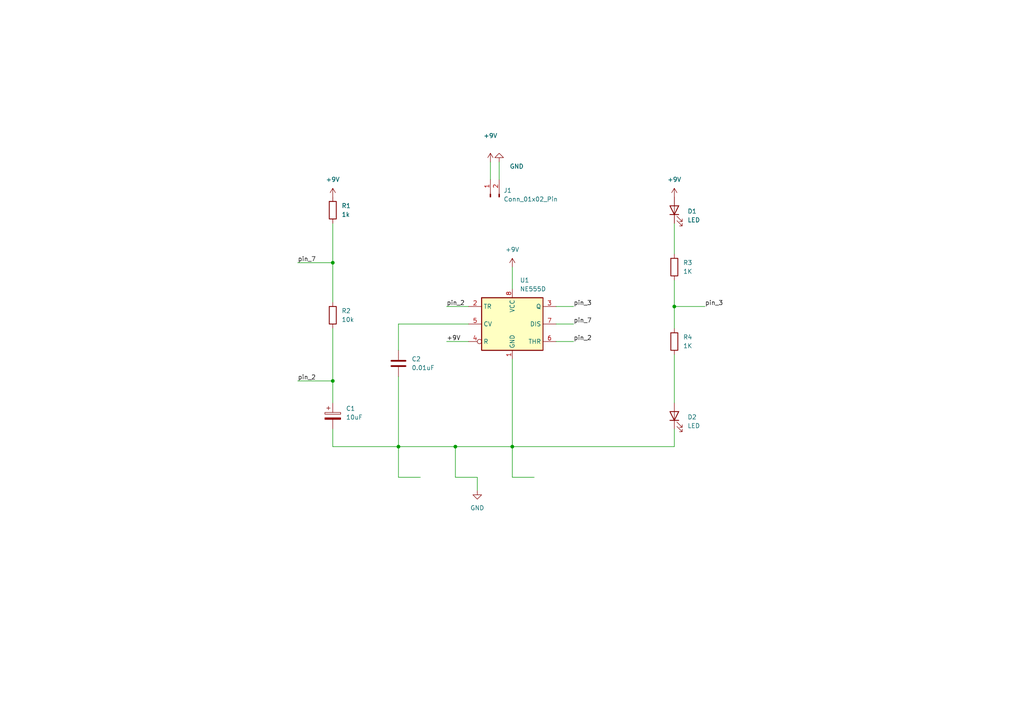
<source format=kicad_sch>
(kicad_sch (version 20230121) (generator eeschema)
  (paper "A4")
  (lib_symbols
    (symbol "Connector:Conn_01x02_Pin" (pin_names (offset 1.016) hide)
      (property "Reference" "J" (at 0 2.54 0))
      (property "Value" "Conn_01x02_Pin" (at 0 -5.08 0))
      (symbol "Conn_01x02_Pin_1_1"
        (polyline (pts (xy 1.27 -2.54) (xy 0.8636 -2.54)) (stroke (width 0.1524)))
        (polyline (pts (xy 1.27 0) (xy 0.8636 0)) (stroke (width 0.1524)))
        (rectangle (start 0.8636 -2.413) (end 0 -2.667) (stroke (width 0.1524)) (fill (type outline)))
        (rectangle (start 0.8636 0.127) (end 0 -0.127) (stroke (width 0.1524)) (fill (type outline)))
        (pin passive line (at 5.08 0 180) (length 3.81) (name "Pin_1") (number "1"))
        (pin passive line (at 5.08 -2.54 180) (length 3.81) (name "Pin_2") (number "2"))
      )
    )
    (symbol "Device:C" (pin_numbers hide) (pin_names (offset 0.254))
      (property "Reference" "C" (at 0.635 2.54 0))
      (property "Value" "C" (at 0.635 -2.54 0))
      (symbol "C_0_1"
        (polyline (pts (xy -2.032 -0.762) (xy 2.032 -0.762)) (stroke (width 0.508)))
        (polyline (pts (xy -2.032 0.762) (xy 2.032 0.762)) (stroke (width 0.508)))
      )
      (symbol "C_1_1"
        (pin passive line (at 0 3.81 270) (length 2.794) (name "~") (number "1"))
        (pin passive line (at 0 -3.81 90) (length 2.794) (name "~") (number "2"))
      )
    )
    (symbol "Device:C_Polarized" (pin_numbers hide) (pin_names (offset 0.254))
      (property "Reference" "C" (at 0.635 2.54 0))
      (property "Value" "C_Polarized" (at 0.635 -2.54 0))
      (symbol "C_Polarized_0_1"
        (rectangle (start -2.286 0.508) (end 2.286 1.016))
        (polyline (pts (xy -1.778 2.286) (xy -0.762 2.286)))
        (polyline (pts (xy -1.27 2.794) (xy -1.27 1.778)))
        (rectangle (start 2.286 -0.508) (end -2.286 -1.016) (fill (type outline)))
      )
      (symbol "C_Polarized_1_1"
        (pin passive line (at 0 3.81 270) (length 2.794) (name "~") (number "1"))
        (pin passive line (at 0 -3.81 90) (length 2.794) (name "~") (number "2"))
      )
    )
    (symbol "Device:LED" (pin_numbers hide) (pin_names (offset 1.016) hide)
      (property "Reference" "D" (at 0 2.54 0))
      (property "Value" "LED" (at 0 -2.54 0))
      (symbol "LED_0_1"
        (polyline (pts (xy -1.27 -1.27) (xy -1.27 1.27)) (stroke (width 0.254)))
        (polyline (pts (xy -1.27 0) (xy 1.27 0)))
        (polyline (pts (xy 1.27 -1.27) (xy 1.27 1.27) (xy -1.27 0) (xy 1.27 -1.27)) (stroke (width 0.254)))
        (polyline (pts (xy -3.048 -0.762) (xy -4.572 -2.286) (xy -3.81 -2.286) (xy -4.572 -2.286) (xy -4.572 -1.524)))
        (polyline (pts (xy -1.778 -0.762) (xy -3.302 -2.286) (xy -2.54 -2.286) (xy -3.302 -2.286) (xy -3.302 -1.524)))
      )
      (symbol "LED_1_1"
        (pin passive line (at -3.81 0 0) (length 2.54) (name "K") (number "1"))
        (pin passive line (at 3.81 0 180) (length 2.54) (name "A") (number "2"))
      )
    )
    (symbol "Device:R" (pin_numbers hide) (pin_names (offset 0))
      (property "Reference" "R" (at 2.032 0 90))
      (property "Value" "R" (at 0 0 90))
      (symbol "R_0_1"
        (rectangle (start -1.016 -2.54) (end 1.016 2.54) (stroke (width 0.254)))
      )
      (symbol "R_1_1"
        (pin passive line (at 0 3.81 270) (length 1.27) (name "~") (number "1"))
        (pin passive line (at 0 -3.81 90) (length 1.27) (name "~") (number "2"))
      )
    )
    (symbol "Timer:NE555D"
      (property "Reference" "U" (at -10.16 8.89 0))
      (property "Value" "NE555D" (at 2.54 8.89 0))
      (symbol "NE555D_0_0"
        (pin power_in line (at 0 -10.16 90) (length 2.54) (name "GND") (number "1"))
        (pin power_in line (at 0 10.16 270) (length 2.54) (name "VCC") (number "8"))
      )
      (symbol "NE555D_0_1"
        (rectangle (start -8.89 -7.62) (end 8.89 7.62) (stroke (width 0.254)) (fill (type background)))
        (rectangle (start -8.89 -7.62) (end 8.89 7.62) (stroke (width 0.254)) (fill (type background)))
      )
      (symbol "NE555D_1_1"
        (pin input line (at -12.7 5.08 0) (length 3.81) (name "TR") (number "2"))
        (pin output line (at 12.7 5.08 180) (length 3.81) (name "Q") (number "3"))
        (pin input inverted (at -12.7 -5.08 0) (length 3.81) (name "R") (number "4"))
        (pin input line (at -12.7 0 0) (length 3.81) (name "CV") (number "5"))
        (pin input line (at 12.7 -5.08 180) (length 3.81) (name "THR") (number "6"))
        (pin input line (at 12.7 0 180) (length 3.81) (name "DIS") (number "7"))
      )
    )
    (symbol "power:+9V" (power) (pin_names (offset 0))
      (property "Value" "+9V" (at 0 3.556 0))
      (symbol "+9V_0_1"
        (polyline (pts (xy -0.762 1.27) (xy 0 2.54)))
        (polyline (pts (xy 0 0) (xy 0 2.54)))
        (polyline (pts (xy 0 2.54) (xy 0.762 1.27)))
      )
      (symbol "+9V_1_1"
        (pin power_in line (at 0 0 90) (length 0) hide (name "+9V") (number "1"))
      )
    )
    (symbol "power:GND" (power) (pin_names (offset 0))
      (property "Value" "GND" (at 0 -3.81 0))
      (symbol "GND_0_1"
        (polyline (pts (xy 0 0) (xy 0 -1.27) (xy 1.27 -1.27) (xy 0 -2.54) (xy -1.27 -1.27) (xy 0 -1.27)))
      )
      (symbol "GND_1_1"
        (pin power_in line (at 0 0 270) (length 0) hide (name "GND") (number "1"))
      )
    )
  )
  (junction (at 132.08 129.54))
  (junction (at 148.59 129.54))
  (junction (at 115.57 129.54))
  (junction (at 96.52 110.49))
  (junction (at 195.58 88.9))
  (junction (at 96.52 76.2))
  (wire (pts (xy 115.57 109.22) (xy 115.57 129.54)))
  (wire (pts (xy 148.59 77.47) (xy 148.59 83.82)))
  (wire (pts (xy 129.54 88.9) (xy 135.89 88.9)))
  (wire (pts (xy 96.52 76.2) (xy 96.52 87.63)))
  (wire (pts (xy 115.57 129.54) (xy 132.08 129.54)))
  (wire (pts (xy 96.52 110.49) (xy 96.52 116.84)))
  (wire (pts (xy 115.57 93.98) (xy 115.57 101.6)))
  (wire (pts (xy 96.52 124.46) (xy 96.52 129.54)))
  (wire (pts (xy 148.59 138.43) (xy 154.94 138.43)))
  (wire (pts (xy 138.43 138.43) (xy 138.43 142.24)))
  (wire (pts (xy 86.36 110.49) (xy 96.52 110.49)))
  (wire (pts (xy 148.59 129.54) (xy 195.58 129.54)))
  (wire (pts (xy 132.08 129.54) (xy 148.59 129.54)))
  (wire (pts (xy 115.57 138.43) (xy 121.92 138.43)))
  (wire (pts (xy 142.24 46.99) (xy 142.24 52.07)))
  (wire (pts (xy 96.52 64.77) (xy 96.52 76.2)))
  (wire (pts (xy 195.58 64.77) (xy 195.58 73.66)))
  (wire (pts (xy 195.58 81.28) (xy 195.58 88.9)))
  (wire (pts (xy 132.08 129.54) (xy 132.08 138.43)))
  (wire (pts (xy 135.89 93.98) (xy 115.57 93.98)))
  (wire (pts (xy 144.78 46.99) (xy 144.78 52.07)))
  (wire (pts (xy 195.58 88.9) (xy 195.58 95.25)))
  (wire (pts (xy 195.58 129.54) (xy 195.58 124.46)))
  (wire (pts (xy 132.08 138.43) (xy 138.43 138.43)))
  (wire (pts (xy 148.59 104.14) (xy 148.59 129.54)))
  (wire (pts (xy 96.52 95.25) (xy 96.52 110.49)))
  (wire (pts (xy 115.57 129.54) (xy 115.57 138.43)))
  (wire (pts (xy 204.47 88.9) (xy 195.58 88.9)))
  (wire (pts (xy 129.54 99.06) (xy 135.89 99.06)))
  (wire (pts (xy 148.59 129.54) (xy 148.59 138.43)))
  (wire (pts (xy 166.37 99.06) (xy 161.29 99.06)))
  (wire (pts (xy 166.37 88.9) (xy 161.29 88.9)))
  (wire (pts (xy 86.36 76.2) (xy 96.52 76.2)))
  (wire (pts (xy 96.52 129.54) (xy 115.57 129.54)))
  (wire (pts (xy 166.37 93.98) (xy 161.29 93.98)))
  (wire (pts (xy 195.58 102.87) (xy 195.58 116.84)))
  (label "pin_7" (at 86.36 76.2 0))
  (label "pin_2" (at 129.54 88.9 0))
  (label "pin_3" (at 204.47 88.9 0))
  (label "pin_2" (at 166.37 99.06 0))
  (label "+9V" (at 129.54 99.06 0))
  (label "pin_7" (at 166.37 93.98 0))
  (label "pin_3" (at 166.37 88.9 0))
  (label "pin_2" (at 86.36 110.49 0))
  (symbol (lib_id "power:GND") (at 138.43 142.24 0) (unit 1)
    (property "Reference" "#PWR06" (effects hide))
    (property "Value" "GND" (at 138.43 147.32 0))
  )
  (symbol (lib_id "power:+9V") (at 96.52 57.15 0) (unit 1)
    (property "Reference" "#PWR03" (effects hide))
    (property "Value" "+9V" (at 96.52 52.07 0))
  )
  (symbol (lib_id "power:+9V") (at 142.24 46.99 0) (unit 1)
    (property "Reference" "#PWR01" (effects hide))
    (property "Value" "+9V" (at 142.24 39.37 0))
  )
  (symbol (lib_id "Device:C_Polarized") (at 96.52 120.65 0) (unit 1)
    (property "Reference" "C1" (at 100.33 118.491 0) (effects (justify left)))
    (property "Value" "10uF" (at 100.33 121.031 0) (effects (justify left)))
    (property "Footprint" "Capacitor_Tantalum_SMD:CP_EIA-3216-18_Kemet-A_Pad1.58x1.35mm_HandSolder" (effects hide))
  )
  (symbol (lib_id "Device:R") (at 195.58 99.06 0) (unit 1)
    (property "Reference" "R4" (at 198.12 97.79 0) (effects (justify left)))
    (property "Value" "1K" (at 198.12 100.33 0) (effects (justify left)))
    (property "Footprint" "Resistor_SMD:R_0805_2012Metric_Pad1.20x1.40mm_HandSolder" (effects hide))
  )
  (symbol (lib_id "power:+9V") (at 195.58 57.15 0) (unit 1)
    (property "Reference" "#PWR04" (effects hide))
    (property "Value" "+9V" (at 195.58 52.07 0))
  )
  (symbol (lib_id "Device:LED") (at 195.58 120.65 90) (unit 1)
    (property "Reference" "D2" (at 199.39 120.9675 90) (effects (justify right)))
    (property "Value" "LED" (at 199.39 123.5075 90) (effects (justify right)))
    (property "Footprint" "LED_SMD:LED_1206_3216Metric_Pad1.42x1.75mm_HandSolder" (effects hide))
  )
  (symbol (lib_id "Device:R") (at 96.52 91.44 0) (unit 1)
    (property "Reference" "R2" (at 99.06 90.17 0) (effects (justify left)))
    (property "Value" "10k" (at 99.06 92.71 0) (effects (justify left)))
    (property "Footprint" "Resistor_SMD:R_0805_2012Metric_Pad1.20x1.40mm_HandSolder" (effects hide))
  )
  (symbol (lib_id "Device:C") (at 115.57 105.41 0) (unit 1)
    (property "Reference" "C2" (at 119.38 104.14 0) (effects (justify left)))
    (property "Value" "0.01uF" (at 119.38 106.68 0) (effects (justify left)))
    (property "Footprint" "Capacitor_SMD:C_0805_2012Metric_Pad1.18x1.45mm_HandSolder" (effects hide))
  )
  (symbol (lib_id "Timer:NE555D") (at 148.59 93.98 0) (unit 1)
    (property "Reference" "U1" (at 150.7841 81.28 0) (effects (justify left)))
    (property "Value" "NE555D" (at 150.7841 83.82 0) (effects (justify left)))
    (property "Footprint" "Package_SO:SOIC-8-1EP_3.9x4.9mm_P1.27mm_EP2.29x3mm" (effects hide))
    (property "Datasheet" "http://www.ti.com/lit/ds/symlink/ne555.pdf" (effects hide))
  )
  (symbol (lib_id "Device:LED") (at 195.58 60.96 90) (unit 1)
    (property "Reference" "D1" (at 199.39 61.2775 90) (effects (justify right)))
    (property "Value" "LED" (at 199.39 63.8175 90) (effects (justify right)))
    (property "Footprint" "LED_SMD:LED_1206_3216Metric_Pad1.42x1.75mm_HandSolder" (effects hide))
  )
  (symbol (lib_id "power:+9V") (at 148.59 77.47 0) (unit 1)
    (property "Reference" "#PWR05" (effects hide))
    (property "Value" "+9V" (at 148.59 72.39 0))
  )
  (symbol (lib_id "power:GND") (at 144.78 46.99 180) (unit 1)
    (property "Reference" "#PWR02" (effects hide))
    (property "Value" "GND" (at 149.86 48.26 0))
  )
  (symbol (lib_id "Device:R") (at 96.52 60.96 0) (unit 1)
    (property "Reference" "R1" (at 99.06 59.69 0) (effects (justify left)))
    (property "Value" "1k" (at 99.06 62.23 0) (effects (justify left)))
    (property "Footprint" "Resistor_SMD:R_0805_2012Metric_Pad1.20x1.40mm_HandSolder" (effects hide))
  )
  (symbol (lib_id "Device:R") (at 195.58 77.47 0) (unit 1)
    (property "Reference" "R3" (at 198.12 76.2 0) (effects (justify left)))
    (property "Value" "1K" (at 198.12 78.74 0) (effects (justify left)))
    (property "Footprint" "Resistor_SMD:R_0805_2012Metric_Pad1.20x1.40mm_HandSolder" (effects hide))
  )
  (symbol (lib_id "Connector:Conn_01x02_Pin") (at 142.24 57.15 90) (unit 1)
    (property "Reference" "J1" (at 146.05 55.245 90) (effects (justify right)))
    (property "Value" "Conn_01x02_Pin" (at 146.05 57.785 90) (effects (justify right)))
    (property "Footprint" "Connector_JST:JST_EH_S2B-EH_1x02_P2.50mm_Horizontal" (effects hide))
  )
)
</source>
